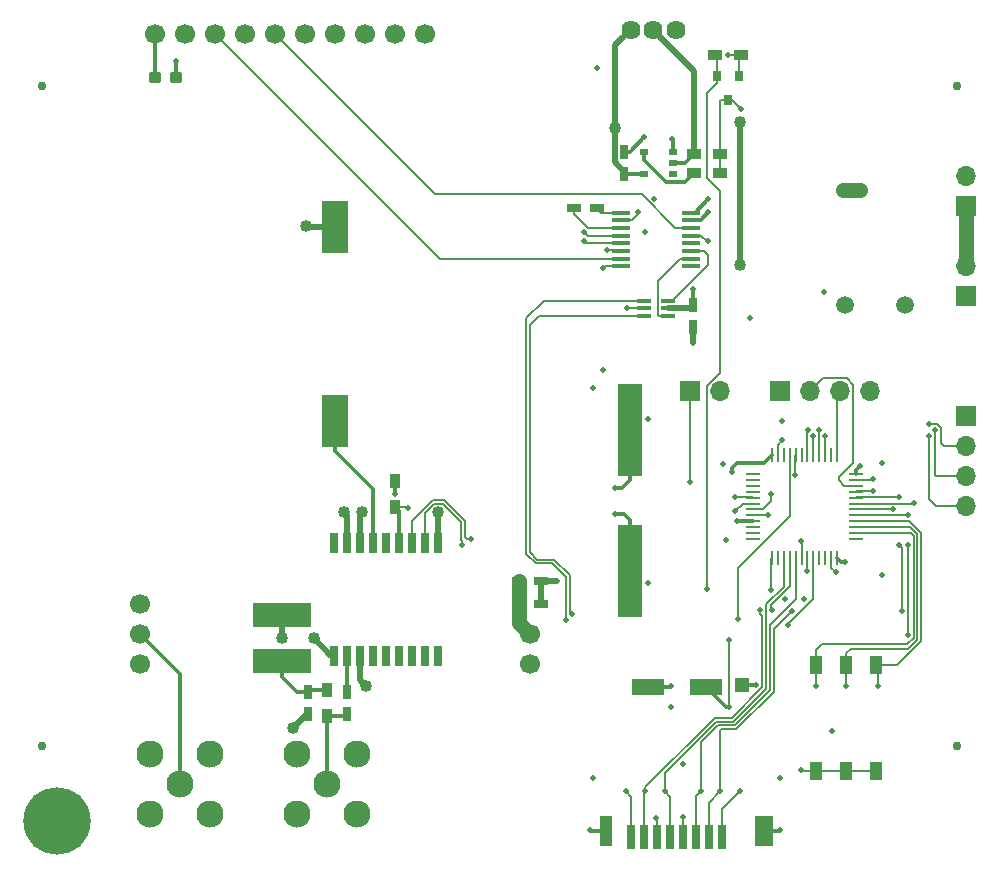
<source format=gbr>
G04 #@! TF.GenerationSoftware,KiCad,Pcbnew,(5.1.5)-3*
G04 #@! TF.CreationDate,2020-03-31T13:56:33-05:00*
G04 #@! TF.ProjectId,control_pcb,636f6e74-726f-46c5-9f70-63622e6b6963,rev?*
G04 #@! TF.SameCoordinates,Original*
G04 #@! TF.FileFunction,Copper,L1,Top*
G04 #@! TF.FilePolarity,Positive*
%FSLAX46Y46*%
G04 Gerber Fmt 4.6, Leading zero omitted, Abs format (unit mm)*
G04 Created by KiCad (PCBNEW (5.1.5)-3) date 2020-03-31 13:56:33*
%MOMM*%
%LPD*%
G04 APERTURE LIST*
%ADD10C,1.700000*%
%ADD11C,2.300000*%
%ADD12R,2.300000X4.500000*%
%ADD13R,0.750000X1.200000*%
%ADD14R,1.200000X0.750000*%
%ADD15C,1.500000*%
%ADD16O,1.700000X1.700000*%
%ADD17R,1.700000X1.700000*%
%ADD18R,0.700000X2.000000*%
%ADD19R,1.000000X2.600000*%
%ADD20R,1.500000X2.600000*%
%ADD21R,2.700000X1.400000*%
%ADD22R,1.200000X1.200000*%
%ADD23R,0.900000X1.200000*%
%ADD24R,1.200000X0.900000*%
%ADD25R,4.900000X2.000000*%
%ADD26R,0.250000X1.300000*%
%ADD27R,1.300000X0.250000*%
%ADD28R,1.168400X0.355600*%
%ADD29C,1.620000*%
%ADD30R,0.800000X0.550000*%
%ADD31R,0.700000X1.800000*%
%ADD32R,0.800000X1.800000*%
%ADD33R,2.000000X7.875000*%
%ADD34C,0.750000*%
%ADD35C,5.700000*%
%ADD36R,1.500000X0.450000*%
%ADD37R,1.100000X1.500000*%
%ADD38R,0.800000X0.900000*%
%ADD39C,0.100000*%
%ADD40C,0.508000*%
%ADD41C,1.016000*%
%ADD42C,0.347980*%
%ADD43C,0.304800*%
%ADD44C,0.508000*%
%ADD45C,0.152400*%
%ADD46C,1.270000*%
G04 APERTURE END LIST*
D10*
X90815000Y-102255000D03*
X84465000Y-153015000D03*
X85735000Y-102255000D03*
X88275000Y-102255000D03*
X98435000Y-102255000D03*
X84465000Y-155555000D03*
X84465000Y-150475000D03*
X117465000Y-155555000D03*
X93355000Y-102255000D03*
X106055000Y-102255000D03*
X108595000Y-102255000D03*
X95895000Y-102255000D03*
X100975000Y-102255000D03*
X103515000Y-102255000D03*
X117465000Y-153015000D03*
D11*
X87884000Y-165735000D03*
X85344000Y-163195000D03*
X90424000Y-163195000D03*
X85344000Y-168275000D03*
X90424000Y-168275000D03*
X97790000Y-168275000D03*
X97790000Y-163195000D03*
X102870000Y-168275000D03*
X102870000Y-163195000D03*
X100330000Y-165735000D03*
D12*
X100965000Y-134975000D03*
X100965000Y-118575000D03*
D13*
X131318000Y-125161000D03*
X131318000Y-127061000D03*
D14*
X116525000Y-148590000D03*
X118425000Y-148590000D03*
X118425000Y-150495000D03*
X116525000Y-150495000D03*
D13*
X125476000Y-112207000D03*
X125476000Y-114107000D03*
X101981000Y-159827000D03*
X101981000Y-157927000D03*
X98679000Y-157927000D03*
X98679000Y-159827000D03*
D15*
X144185000Y-125222000D03*
X149185000Y-125222000D03*
D16*
X133604000Y-132461000D03*
D17*
X131064000Y-132461000D03*
X138684000Y-132461000D03*
D16*
X141224000Y-132461000D03*
X143764000Y-132461000D03*
X146304000Y-132461000D03*
X154432000Y-142240000D03*
X154432000Y-139700000D03*
X154432000Y-137160000D03*
D17*
X154432000Y-134620000D03*
D18*
X126042001Y-170195001D03*
X127142001Y-170195001D03*
X128242001Y-170195001D03*
X129342001Y-170195001D03*
X130442001Y-170195001D03*
X131542001Y-170195001D03*
X132642001Y-170195001D03*
X133742001Y-170195001D03*
D19*
X123942001Y-169695001D03*
D20*
X137292001Y-169695001D03*
D21*
X132342001Y-157495001D03*
X127442001Y-157495001D03*
D22*
X135392001Y-157395001D03*
D16*
X154432000Y-114300000D03*
D17*
X154432000Y-116840000D03*
X154432000Y-124460000D03*
D16*
X154432000Y-121920000D03*
D23*
X100330000Y-157777000D03*
X100330000Y-159977000D03*
D24*
X133561000Y-114046000D03*
X131361000Y-114046000D03*
X131361000Y-112395000D03*
X133561000Y-112395000D03*
D23*
X106045000Y-142324000D03*
X106045000Y-140124000D03*
D25*
X96520000Y-155366000D03*
X96520000Y-151466000D03*
D26*
X137966000Y-137890000D03*
X138466000Y-137890000D03*
X138966000Y-137890000D03*
X139466000Y-137890000D03*
X139966000Y-137890000D03*
X140466000Y-137890000D03*
X140966000Y-137890000D03*
X141466000Y-137890000D03*
X141966000Y-137890000D03*
X142466000Y-137890000D03*
X142966000Y-137890000D03*
X143466000Y-137890000D03*
D27*
X145066000Y-139490000D03*
X145066000Y-139990000D03*
X145066000Y-140490000D03*
X145066000Y-140990000D03*
X145066000Y-141490000D03*
X145066000Y-141990000D03*
X145066000Y-142490000D03*
X145066000Y-142990000D03*
X145066000Y-143490000D03*
X145066000Y-143990000D03*
X145066000Y-144490000D03*
X145066000Y-144990000D03*
D26*
X143466000Y-146590000D03*
X142966000Y-146590000D03*
X142466000Y-146590000D03*
X141966000Y-146590000D03*
X141466000Y-146590000D03*
X140966000Y-146590000D03*
X140466000Y-146590000D03*
X139966000Y-146590000D03*
X139466000Y-146590000D03*
X138966000Y-146590000D03*
X138466000Y-146590000D03*
X137966000Y-146590000D03*
D27*
X136366000Y-144990000D03*
X136366000Y-144490000D03*
X136366000Y-143990000D03*
X136366000Y-143490000D03*
X136366000Y-142990000D03*
X136366000Y-142490000D03*
X136366000Y-141990000D03*
X136366000Y-141490000D03*
X136366000Y-140990000D03*
X136366000Y-140490000D03*
X136366000Y-139990000D03*
X136366000Y-139490000D03*
D28*
X129120900Y-124826001D03*
X129120900Y-125476000D03*
X129120900Y-126125999D03*
X127165100Y-126125999D03*
X127165100Y-125476000D03*
X127165100Y-124826001D03*
D29*
X129797001Y-101887001D03*
X127892001Y-101887001D03*
X125987001Y-101887001D03*
D30*
X129550000Y-114114001D03*
X129550000Y-113164001D03*
X129550000Y-112214001D03*
X127150000Y-112214001D03*
X127150000Y-114114001D03*
D31*
X109683000Y-145364000D03*
D32*
X108583000Y-145364000D03*
X107483000Y-145364000D03*
X106383000Y-145364000D03*
X105283000Y-145364000D03*
X104183000Y-145364000D03*
X103083000Y-145364000D03*
X101983000Y-145364000D03*
D31*
X100883000Y-145364000D03*
X100883000Y-154864000D03*
D32*
X101983000Y-154864000D03*
X103083000Y-154864000D03*
X104183000Y-154864000D03*
X105283000Y-154864000D03*
X106383000Y-154864000D03*
X107483000Y-154864000D03*
X108583000Y-154864000D03*
D31*
X109683000Y-154864000D03*
D33*
X125984000Y-147669500D03*
X125984000Y-135794500D03*
D34*
X76200000Y-106680000D03*
X76200000Y-162560000D03*
X153670000Y-162560000D03*
X153670000Y-106680000D03*
D35*
X77470000Y-168910000D03*
D14*
X123124000Y-116967000D03*
X121224000Y-116967000D03*
D36*
X131093000Y-117359000D03*
X131093000Y-118009000D03*
X131093000Y-118659000D03*
X131093000Y-119309000D03*
X131093000Y-119959000D03*
X131093000Y-120609000D03*
X131093000Y-121259000D03*
X131093000Y-121909000D03*
X125193000Y-121909000D03*
X125193000Y-121259000D03*
X125193000Y-120609000D03*
X125193000Y-119959000D03*
X125193000Y-119309000D03*
X125193000Y-118659000D03*
X125193000Y-118009000D03*
X125193000Y-117359000D03*
D37*
X141732000Y-164597000D03*
X144272000Y-164597000D03*
X146812000Y-164597000D03*
X146812000Y-155697000D03*
X144272000Y-155697000D03*
X141732000Y-155697000D03*
D38*
X134239000Y-107807000D03*
X133289000Y-105807000D03*
X135189000Y-105807000D03*
D24*
X135339000Y-104013000D03*
X133139000Y-104013000D03*
G04 #@! TA.AperFunction,SMDPad,CuDef*
D39*
G36*
X87799779Y-105444144D02*
G01*
X87822834Y-105447563D01*
X87845443Y-105453227D01*
X87867387Y-105461079D01*
X87888457Y-105471044D01*
X87908448Y-105483026D01*
X87927168Y-105496910D01*
X87944438Y-105512562D01*
X87960090Y-105529832D01*
X87973974Y-105548552D01*
X87985956Y-105568543D01*
X87995921Y-105589613D01*
X88003773Y-105611557D01*
X88009437Y-105634166D01*
X88012856Y-105657221D01*
X88014000Y-105680500D01*
X88014000Y-106155500D01*
X88012856Y-106178779D01*
X88009437Y-106201834D01*
X88003773Y-106224443D01*
X87995921Y-106246387D01*
X87985956Y-106267457D01*
X87973974Y-106287448D01*
X87960090Y-106306168D01*
X87944438Y-106323438D01*
X87927168Y-106339090D01*
X87908448Y-106352974D01*
X87888457Y-106364956D01*
X87867387Y-106374921D01*
X87845443Y-106382773D01*
X87822834Y-106388437D01*
X87799779Y-106391856D01*
X87776500Y-106393000D01*
X87201500Y-106393000D01*
X87178221Y-106391856D01*
X87155166Y-106388437D01*
X87132557Y-106382773D01*
X87110613Y-106374921D01*
X87089543Y-106364956D01*
X87069552Y-106352974D01*
X87050832Y-106339090D01*
X87033562Y-106323438D01*
X87017910Y-106306168D01*
X87004026Y-106287448D01*
X86992044Y-106267457D01*
X86982079Y-106246387D01*
X86974227Y-106224443D01*
X86968563Y-106201834D01*
X86965144Y-106178779D01*
X86964000Y-106155500D01*
X86964000Y-105680500D01*
X86965144Y-105657221D01*
X86968563Y-105634166D01*
X86974227Y-105611557D01*
X86982079Y-105589613D01*
X86992044Y-105568543D01*
X87004026Y-105548552D01*
X87017910Y-105529832D01*
X87033562Y-105512562D01*
X87050832Y-105496910D01*
X87069552Y-105483026D01*
X87089543Y-105471044D01*
X87110613Y-105461079D01*
X87132557Y-105453227D01*
X87155166Y-105447563D01*
X87178221Y-105444144D01*
X87201500Y-105443000D01*
X87776500Y-105443000D01*
X87799779Y-105444144D01*
G37*
G04 #@! TD.AperFunction*
G04 #@! TA.AperFunction,SMDPad,CuDef*
G36*
X86049779Y-105444144D02*
G01*
X86072834Y-105447563D01*
X86095443Y-105453227D01*
X86117387Y-105461079D01*
X86138457Y-105471044D01*
X86158448Y-105483026D01*
X86177168Y-105496910D01*
X86194438Y-105512562D01*
X86210090Y-105529832D01*
X86223974Y-105548552D01*
X86235956Y-105568543D01*
X86245921Y-105589613D01*
X86253773Y-105611557D01*
X86259437Y-105634166D01*
X86262856Y-105657221D01*
X86264000Y-105680500D01*
X86264000Y-106155500D01*
X86262856Y-106178779D01*
X86259437Y-106201834D01*
X86253773Y-106224443D01*
X86245921Y-106246387D01*
X86235956Y-106267457D01*
X86223974Y-106287448D01*
X86210090Y-106306168D01*
X86194438Y-106323438D01*
X86177168Y-106339090D01*
X86158448Y-106352974D01*
X86138457Y-106364956D01*
X86117387Y-106374921D01*
X86095443Y-106382773D01*
X86072834Y-106388437D01*
X86049779Y-106391856D01*
X86026500Y-106393000D01*
X85451500Y-106393000D01*
X85428221Y-106391856D01*
X85405166Y-106388437D01*
X85382557Y-106382773D01*
X85360613Y-106374921D01*
X85339543Y-106364956D01*
X85319552Y-106352974D01*
X85300832Y-106339090D01*
X85283562Y-106323438D01*
X85267910Y-106306168D01*
X85254026Y-106287448D01*
X85242044Y-106267457D01*
X85232079Y-106246387D01*
X85224227Y-106224443D01*
X85218563Y-106201834D01*
X85215144Y-106178779D01*
X85214000Y-106155500D01*
X85214000Y-105680500D01*
X85215144Y-105657221D01*
X85218563Y-105634166D01*
X85224227Y-105611557D01*
X85232079Y-105589613D01*
X85242044Y-105568543D01*
X85254026Y-105548552D01*
X85267910Y-105529832D01*
X85283562Y-105512562D01*
X85300832Y-105496910D01*
X85319552Y-105483026D01*
X85339543Y-105471044D01*
X85360613Y-105461079D01*
X85382557Y-105453227D01*
X85405166Y-105447563D01*
X85428221Y-105444144D01*
X85451500Y-105443000D01*
X86026500Y-105443000D01*
X86049779Y-105444144D01*
G37*
G04 #@! TD.AperFunction*
D40*
X129540000Y-111125000D03*
X131318000Y-128397000D03*
X123190000Y-105156000D03*
D41*
X109728000Y-142748000D03*
X103632000Y-157480000D03*
X99187000Y-153416000D03*
X97409000Y-161036000D03*
D40*
X119761000Y-148590000D03*
X128143000Y-168656000D03*
X130429000Y-164084000D03*
X129413000Y-157480000D03*
X136652000Y-157353000D03*
X122555000Y-169672000D03*
X138684000Y-169672000D03*
X138811000Y-136652000D03*
X147320000Y-138557000D03*
D41*
X98552000Y-118491000D03*
D40*
X134112000Y-145090402D03*
X147320000Y-148082000D03*
X127508000Y-148717000D03*
X127508000Y-134874000D03*
X123698000Y-130683000D03*
X142367000Y-124079000D03*
X133858000Y-138684000D03*
X140716000Y-150114000D03*
X146558000Y-139954000D03*
X143383000Y-147828000D03*
X137668000Y-143002000D03*
X127254000Y-118999000D03*
X128016000Y-116205000D03*
X132588000Y-117348000D03*
X140462000Y-164592000D03*
X125730000Y-125476000D03*
X127127000Y-110998000D03*
X87503000Y-104521000D03*
X137922000Y-141224000D03*
X131064000Y-140149400D03*
X124714000Y-140716000D03*
X134874000Y-141478000D03*
X124714000Y-142875000D03*
X134874000Y-142621000D03*
D41*
X144018000Y-115443000D03*
X145415000Y-115443000D03*
X103251000Y-142748000D03*
X101727000Y-142748000D03*
X96520000Y-153416000D03*
D40*
X106045000Y-141224000D03*
X130429000Y-168529000D03*
X122809000Y-165227000D03*
X138684000Y-165227000D03*
X129413000Y-159258000D03*
X138811000Y-135001000D03*
X145415000Y-138811000D03*
X135001000Y-143510000D03*
X144145000Y-146939000D03*
X122809000Y-132207000D03*
X139065000Y-150114000D03*
X132588000Y-116205000D03*
X131318000Y-123825000D03*
X143045000Y-161247000D03*
X134239000Y-104013000D03*
X134620000Y-139319000D03*
D41*
X124694599Y-110216599D03*
X135235600Y-109708600D03*
X135255000Y-121793000D03*
D40*
X142494000Y-136271000D03*
X151257000Y-136271000D03*
X141986000Y-135763000D03*
X151765000Y-135763000D03*
X141478000Y-136271000D03*
X151257000Y-135255000D03*
X140995400Y-135742678D03*
X125603000Y-166370000D03*
X127254000Y-166370000D03*
X137947410Y-151003000D03*
X136982210Y-151003000D03*
X128905000Y-166370000D03*
X131953000Y-166370000D03*
X133604000Y-166370000D03*
X139647560Y-151077560D03*
X148971000Y-151130000D03*
X148717000Y-145542000D03*
X148717000Y-141478000D03*
X135255000Y-166370000D03*
X134366000Y-159258000D03*
X149479000Y-145472600D03*
X149479000Y-143002000D03*
X149479000Y-153162000D03*
X134366000Y-153543011D03*
X139954000Y-139573000D03*
X140970000Y-147701000D03*
X136144000Y-126263400D03*
X140462000Y-145161000D03*
X132461000Y-149225000D03*
X137922000Y-149352000D03*
X107188000Y-142367000D03*
X146558000Y-140970000D03*
X149987000Y-141986000D03*
X111760000Y-145542000D03*
X148209000Y-142494000D03*
X112522000Y-145034000D03*
X139319000Y-152273000D03*
X120523000Y-151892000D03*
X121005600Y-151363678D03*
X135128000Y-151790400D03*
X122047000Y-119761000D03*
X122046550Y-118999450D03*
X126619000Y-117328598D03*
X123971402Y-120523000D03*
X132588000Y-119761000D03*
X123698000Y-122047000D03*
X141732000Y-157480000D03*
X144272000Y-157480000D03*
X146939000Y-157480000D03*
X135382000Y-108585000D03*
D42*
X87884000Y-156434000D02*
X84465000Y-153015000D01*
X87884000Y-165735000D02*
X87884000Y-156434000D01*
D43*
X129550000Y-112214001D02*
X129550000Y-111135000D01*
X129550000Y-111135000D02*
X129540000Y-111125000D01*
D44*
X131318000Y-127061000D02*
X131318000Y-128397000D01*
X109683000Y-145364000D02*
X109683000Y-142793000D01*
X109683000Y-142793000D02*
X109728000Y-142748000D01*
X103083000Y-154864000D02*
X103083000Y-156931000D01*
X103083000Y-156931000D02*
X103632000Y-157480000D01*
X100883000Y-154864000D02*
X100635000Y-154864000D01*
X100635000Y-154864000D02*
X99187000Y-153416000D01*
X98679000Y-159827000D02*
X98618000Y-159827000D01*
X98618000Y-159827000D02*
X97409000Y-161036000D01*
X118425000Y-148590000D02*
X118425000Y-150495000D01*
X118425000Y-148590000D02*
X119761000Y-148590000D01*
D45*
X128242001Y-170195001D02*
X128242001Y-168755001D01*
X128242001Y-168755001D02*
X128143000Y-168656000D01*
D43*
X127442001Y-157495001D02*
X129397999Y-157495001D01*
X129397999Y-157495001D02*
X129413000Y-157480000D01*
X135392001Y-157395001D02*
X136609999Y-157395001D01*
X136609999Y-157395001D02*
X136652000Y-157353000D01*
X123942001Y-169695001D02*
X122578001Y-169695001D01*
X122578001Y-169695001D02*
X122555000Y-169672000D01*
X137292001Y-169695001D02*
X138660999Y-169695001D01*
X138660999Y-169695001D02*
X138684000Y-169672000D01*
D44*
X100965000Y-118575000D02*
X98636000Y-118575000D01*
X98636000Y-118575000D02*
X98552000Y-118491000D01*
D45*
X138466000Y-136997000D02*
X138811000Y-136652000D01*
X138466000Y-137890000D02*
X138466000Y-136997000D01*
X145066000Y-139990000D02*
X146522000Y-139990000D01*
X146522000Y-139990000D02*
X146558000Y-139954000D01*
X142966000Y-146590000D02*
X142966000Y-147411000D01*
X142966000Y-147411000D02*
X143383000Y-147828000D01*
X136366000Y-142990000D02*
X137656000Y-142990000D01*
X137656000Y-142990000D02*
X137668000Y-143002000D01*
D43*
X131093000Y-118009000D02*
X131927000Y-118009000D01*
X131927000Y-118009000D02*
X132588000Y-117348000D01*
D45*
X146109600Y-164597000D02*
X144272000Y-164597000D01*
X146812000Y-164597000D02*
X146109600Y-164597000D01*
X144272000Y-164597000D02*
X141732000Y-164597000D01*
X141732000Y-164597000D02*
X140467000Y-164597000D01*
X140467000Y-164597000D02*
X140462000Y-164592000D01*
X127165100Y-125476000D02*
X125730000Y-125476000D01*
D43*
X125476000Y-112207000D02*
X125918000Y-112207000D01*
X125918000Y-112207000D02*
X127127000Y-110998000D01*
X87489000Y-105918000D02*
X87489000Y-104535000D01*
X87489000Y-104535000D02*
X87503000Y-104521000D01*
D42*
X100330000Y-165735000D02*
X100330000Y-159977000D01*
X101831000Y-159977000D02*
X101981000Y-159827000D01*
X100330000Y-159977000D02*
X101831000Y-159977000D01*
D43*
X104183000Y-144159200D02*
X104183000Y-145364000D01*
X104183000Y-140747800D02*
X104183000Y-144159200D01*
X100965000Y-137529800D02*
X104183000Y-140747800D01*
X100965000Y-134975000D02*
X100965000Y-137529800D01*
D45*
X137922000Y-141736400D02*
X137922000Y-141224000D01*
X136366000Y-142490000D02*
X137168400Y-142490000D01*
X137168400Y-142490000D02*
X137922000Y-141736400D01*
X131064000Y-140149400D02*
X131064000Y-132461000D01*
D43*
X125304800Y-140716000D02*
X124714000Y-140716000D01*
X125984000Y-135794500D02*
X125984000Y-140036800D01*
X125984000Y-140036800D02*
X125304800Y-140716000D01*
D45*
X136354000Y-141478000D02*
X136366000Y-141490000D01*
X134874000Y-141478000D02*
X136354000Y-141478000D01*
D43*
X125984000Y-143427200D02*
X125431800Y-142875000D01*
X125984000Y-147669500D02*
X125984000Y-143427200D01*
X125431800Y-142875000D02*
X124714000Y-142875000D01*
D45*
X135505000Y-141990000D02*
X136366000Y-141990000D01*
X134874000Y-142621000D02*
X135505000Y-141990000D01*
D44*
X131003000Y-125476000D02*
X131318000Y-125161000D01*
X129120900Y-125476000D02*
X131003000Y-125476000D01*
D46*
X144018000Y-115443000D02*
X145415000Y-115443000D01*
D44*
X103083000Y-145364000D02*
X103083000Y-142916000D01*
X103083000Y-142916000D02*
X103251000Y-142748000D01*
X101983000Y-145364000D02*
X101983000Y-143004000D01*
X101983000Y-143004000D02*
X101727000Y-142748000D01*
X96520000Y-151466000D02*
X96520000Y-153416000D01*
D43*
X106045000Y-140124000D02*
X106045000Y-141224000D01*
D45*
X130442001Y-170195001D02*
X130442001Y-168542001D01*
X130442001Y-168542001D02*
X130429000Y-168529000D01*
D43*
X145066000Y-139490000D02*
X145066000Y-139160000D01*
X145066000Y-139160000D02*
X145415000Y-138811000D01*
X136346000Y-143510000D02*
X136366000Y-143490000D01*
X135001000Y-143510000D02*
X136346000Y-143510000D01*
X143815000Y-146939000D02*
X143466000Y-146590000D01*
X144145000Y-146939000D02*
X143815000Y-146939000D01*
X137299000Y-138557000D02*
X137966000Y-137890000D01*
X131434000Y-117359000D02*
X132588000Y-116205000D01*
X131093000Y-117359000D02*
X131434000Y-117359000D01*
X131318000Y-125161000D02*
X131318000Y-123825000D01*
D45*
X135189000Y-104163000D02*
X135339000Y-104013000D01*
X135189000Y-105807000D02*
X135189000Y-104163000D01*
X135339000Y-104013000D02*
X134239000Y-104013000D01*
D43*
X135022790Y-138557000D02*
X137299000Y-138557000D01*
X134620000Y-138959790D02*
X135022790Y-138557000D01*
X134620000Y-139319000D02*
X134620000Y-138959790D01*
X125483001Y-114114001D02*
X125476000Y-114107000D01*
X127150000Y-114114001D02*
X125483001Y-114114001D01*
D46*
X116525000Y-148590000D02*
X116525000Y-150495000D01*
X116525000Y-152075000D02*
X117465000Y-153015000D01*
X116525000Y-150495000D02*
X116525000Y-152075000D01*
D44*
X125177002Y-102697000D02*
X125987001Y-101887001D01*
X124694599Y-103179403D02*
X125177002Y-102697000D01*
X125476000Y-113882000D02*
X124694599Y-113100599D01*
X125476000Y-114107000D02*
X125476000Y-113882000D01*
X124694599Y-110216599D02*
X124694599Y-103179403D01*
X124694599Y-113100599D02*
X124694599Y-110216599D01*
X135235600Y-121773600D02*
X135255000Y-121793000D01*
X135235600Y-109708600D02*
X135235600Y-121773600D01*
D42*
X101981000Y-154866000D02*
X101983000Y-154864000D01*
X101981000Y-157927000D02*
X101981000Y-154866000D01*
X98829000Y-157777000D02*
X98679000Y-157927000D01*
X100330000Y-157777000D02*
X98829000Y-157777000D01*
X97956020Y-157927000D02*
X98679000Y-157927000D01*
X97733020Y-157927000D02*
X97956020Y-157927000D01*
X96520000Y-156713980D02*
X97733020Y-157927000D01*
X96520000Y-155366000D02*
X96520000Y-156713980D01*
D45*
X144281729Y-131382399D02*
X142302601Y-131382399D01*
X144086720Y-140490000D02*
X143637000Y-140040280D01*
X145066000Y-140490000D02*
X144086720Y-140490000D01*
X143637000Y-140040280D02*
X143637000Y-139732518D01*
X143637000Y-139732518D02*
X144842601Y-138526917D01*
X142302601Y-131382399D02*
X141224000Y-132461000D01*
X144842601Y-138526917D02*
X144842601Y-131943271D01*
X144842601Y-131943271D02*
X144281729Y-131382399D01*
X143466000Y-132759000D02*
X143764000Y-132461000D01*
X143466000Y-137890000D02*
X143466000Y-132759000D01*
X142466000Y-137890000D02*
X142466000Y-136299000D01*
X142466000Y-136299000D02*
X142494000Y-136271000D01*
X151892000Y-142240000D02*
X154432000Y-142240000D01*
X151257000Y-136271000D02*
X151257000Y-141605000D01*
X151257000Y-141605000D02*
X151892000Y-142240000D01*
X141966000Y-137890000D02*
X141966000Y-135783000D01*
X141966000Y-135783000D02*
X141986000Y-135763000D01*
X151765000Y-135763000D02*
X151765000Y-139573000D01*
X151892000Y-139700000D02*
X154432000Y-139700000D01*
X151765000Y-139573000D02*
X151892000Y-139700000D01*
X141466000Y-137890000D02*
X141466000Y-136283000D01*
X141466000Y-136283000D02*
X141478000Y-136271000D01*
X151971250Y-135255000D02*
X152273000Y-135556750D01*
X151257000Y-135255000D02*
X151971250Y-135255000D01*
X152273000Y-135556750D02*
X152273000Y-136906000D01*
X152527000Y-137160000D02*
X154432000Y-137160000D01*
X152273000Y-136906000D02*
X152527000Y-137160000D01*
X140966000Y-137890000D02*
X140966000Y-135772078D01*
X140966000Y-135772078D02*
X140995400Y-135742678D01*
X126042001Y-170195001D02*
X126042001Y-166809001D01*
X126042001Y-166809001D02*
X125603000Y-166370000D01*
X127142001Y-170195001D02*
X127142001Y-166481999D01*
X127142001Y-166481999D02*
X127254000Y-166370000D01*
X139466000Y-148998750D02*
X137922000Y-150542750D01*
X139466000Y-146590000D02*
X139466000Y-148998750D01*
X137922000Y-150542750D02*
X137922000Y-150977590D01*
X137922000Y-150977590D02*
X137947410Y-151003000D01*
X127254000Y-166010790D02*
X127254000Y-166370000D01*
X136982210Y-151003000D02*
X136982210Y-151362210D01*
X136982210Y-151362210D02*
X137160000Y-151540000D01*
X137160000Y-151540000D02*
X137160000Y-157559250D01*
X137160000Y-157559250D02*
X134572250Y-160147000D01*
X134572250Y-160147000D02*
X133117790Y-160147000D01*
X133117790Y-160147000D02*
X127254000Y-166010790D01*
X129342001Y-170195001D02*
X129342001Y-166807001D01*
X129342001Y-166807001D02*
X128905000Y-166370000D01*
X138966000Y-146590000D02*
X138966000Y-149022250D01*
X138966000Y-149022250D02*
X137464810Y-150523440D01*
X128905000Y-164790856D02*
X128905000Y-166370000D01*
X137464810Y-150523440D02*
X137464810Y-157685506D01*
X137464810Y-157685506D02*
X134698507Y-160451809D01*
X134698507Y-160451809D02*
X133244046Y-160451810D01*
X133244046Y-160451810D02*
X128905000Y-164790856D01*
X131542001Y-170195001D02*
X131542001Y-166780999D01*
X131542001Y-166780999D02*
X131953000Y-166370000D01*
X139966000Y-150076620D02*
X137795000Y-152247620D01*
X131953000Y-162173922D02*
X131953000Y-166370000D01*
X139966000Y-146590000D02*
X139966000Y-150076620D01*
X137795000Y-157786382D02*
X134824764Y-160756618D01*
X134824764Y-160756618D02*
X133370304Y-160756618D01*
X137795000Y-152247620D02*
X137795000Y-157786382D01*
X133370304Y-160756618D02*
X131953000Y-162173922D01*
X132642001Y-170195001D02*
X132642001Y-167331999D01*
X132642001Y-167331999D02*
X133604000Y-166370000D01*
X133604000Y-166370000D02*
X133604000Y-166010790D01*
X133705572Y-161061428D02*
X134951021Y-161061427D01*
X133604000Y-166010790D02*
X133604000Y-161163000D01*
X133604000Y-161163000D02*
X133705572Y-161061428D01*
X134951021Y-161061427D02*
X138099810Y-157912638D01*
X138099810Y-157912638D02*
X138099810Y-156464000D01*
X138099810Y-156464000D02*
X138099810Y-152625310D01*
X138099810Y-152625310D02*
X139647560Y-151077560D01*
X148971000Y-151130000D02*
X148971000Y-145796000D01*
X148971000Y-145796000D02*
X148717000Y-145542000D01*
X145078000Y-141478000D02*
X145066000Y-141490000D01*
X148717000Y-141478000D02*
X145078000Y-141478000D01*
X133742001Y-170195001D02*
X133742001Y-167882999D01*
X133742001Y-167882999D02*
X135255000Y-166370000D01*
D43*
X134105000Y-159258000D02*
X132342001Y-157495001D01*
X134366000Y-159258000D02*
X134105000Y-159258000D01*
D45*
X145078000Y-143002000D02*
X145066000Y-142990000D01*
X149479000Y-143002000D02*
X145078000Y-143002000D01*
X149479000Y-152781000D02*
X149479000Y-153162000D01*
X149479000Y-152781000D02*
X149479000Y-145472600D01*
X134366000Y-153543011D02*
X134366000Y-159258000D01*
D46*
X154432000Y-116840000D02*
X154432000Y-121920000D01*
D45*
X139954000Y-137902000D02*
X139966000Y-137890000D01*
X139954000Y-139573000D02*
X139954000Y-137902000D01*
X140970000Y-146594000D02*
X140966000Y-146590000D01*
X140970000Y-147701000D02*
X140970000Y-146594000D01*
X140466000Y-146590000D02*
X140466000Y-145165000D01*
X140466000Y-145165000D02*
X140462000Y-145161000D01*
X133561000Y-130907670D02*
X132461000Y-132007670D01*
X132461000Y-132007670D02*
X132461000Y-149225000D01*
X137922000Y-146634000D02*
X137966000Y-146590000D01*
X137922000Y-149352000D02*
X137922000Y-146634000D01*
X133289000Y-104163000D02*
X133139000Y-104013000D01*
X133289000Y-105807000D02*
X133289000Y-104163000D01*
X133561000Y-115507482D02*
X132461000Y-114407482D01*
X133561000Y-130907670D02*
X133561000Y-115507482D01*
X133289000Y-106409400D02*
X133289000Y-105807000D01*
X132461000Y-107237400D02*
X133289000Y-106409400D01*
X132461000Y-114407482D02*
X132461000Y-107237400D01*
D43*
X131361000Y-114046000D02*
X131211000Y-114046000D01*
X130606200Y-114800800D02*
X131361000Y-114046000D01*
X129013157Y-114800800D02*
X130606200Y-114800800D01*
X127150000Y-112214001D02*
X127150000Y-112937643D01*
X127150000Y-112937643D02*
X129013157Y-114800800D01*
X130591999Y-113164001D02*
X131361000Y-112395000D01*
X129550000Y-113164001D02*
X130591999Y-113164001D01*
D44*
X131361000Y-105356000D02*
X127892001Y-101887001D01*
X131361000Y-112395000D02*
X131361000Y-105356000D01*
D43*
X106383000Y-142662000D02*
X106045000Y-142324000D01*
X106383000Y-145364000D02*
X106383000Y-142662000D01*
D45*
X106045000Y-142324000D02*
X107145000Y-142324000D01*
X107145000Y-142324000D02*
X107188000Y-142367000D01*
X145086000Y-140970000D02*
X145066000Y-140990000D01*
X146558000Y-140970000D02*
X145086000Y-140970000D01*
X145066000Y-141990000D02*
X149983000Y-141990000D01*
X149983000Y-141990000D02*
X149987000Y-141986000D01*
X108583000Y-142802830D02*
X108583000Y-145364000D01*
X111760000Y-145542000D02*
X111760000Y-145182790D01*
X111760000Y-145182790D02*
X111633000Y-145055790D01*
X111633000Y-145055790D02*
X111633000Y-143562830D01*
X110081569Y-142011399D02*
X109374431Y-142011399D01*
X111633000Y-143562830D02*
X110081569Y-142011399D01*
X109374431Y-142011399D02*
X108583000Y-142802830D01*
X145066000Y-142490000D02*
X148205000Y-142490000D01*
X148205000Y-142490000D02*
X148209000Y-142494000D01*
X107483000Y-143471764D02*
X107483000Y-145364000D01*
X112162790Y-145034000D02*
X111937810Y-144809020D01*
X111937810Y-144809020D02*
X111937810Y-143436574D01*
X111937810Y-143436574D02*
X110207826Y-141706590D01*
X110207826Y-141706590D02*
X109248175Y-141706589D01*
X112522000Y-145034000D02*
X112162790Y-145034000D01*
X109248175Y-141706589D02*
X107483000Y-143471764D01*
X139319000Y-152225250D02*
X139319000Y-152273000D01*
X141466000Y-146590000D02*
X141466000Y-150078250D01*
X141466000Y-150078250D02*
X139319000Y-152225250D01*
X120523000Y-148209000D02*
X120523000Y-151892000D01*
X117170190Y-146253190D02*
X117983000Y-147066000D01*
X117983000Y-147066000D02*
X119380000Y-147066000D01*
X119380000Y-147066000D02*
X120523000Y-148209000D01*
X118632999Y-124826001D02*
X117170190Y-126288810D01*
X127165100Y-124826001D02*
X118632999Y-124826001D01*
X117170190Y-126288810D02*
X117170190Y-146253190D01*
X119506257Y-146761191D02*
X120827810Y-148082744D01*
X117475000Y-146126934D02*
X118109256Y-146761190D01*
X118109256Y-146761190D02*
X119506257Y-146761191D01*
X120827810Y-148082744D02*
X120827810Y-151185888D01*
X120827810Y-151185888D02*
X121005600Y-151363678D01*
X125842001Y-126125999D02*
X118222001Y-126125999D01*
X125842001Y-126125999D02*
X125697486Y-126125999D01*
X127165100Y-126125999D02*
X125842001Y-126125999D01*
X117475000Y-126873000D02*
X117475000Y-145034000D01*
X118222001Y-126125999D02*
X117475000Y-126873000D01*
X117475000Y-144907000D02*
X117475000Y-145034000D01*
X117475000Y-145034000D02*
X117475000Y-146126934D01*
X135128000Y-151431190D02*
X135128000Y-151790400D01*
X135128000Y-147414482D02*
X135128000Y-151431190D01*
X139466000Y-143076482D02*
X135128000Y-147414482D01*
X139466000Y-137890000D02*
X139466000Y-143076482D01*
X128714500Y-124826001D02*
X129120900Y-124826001D01*
X129527300Y-124826001D02*
X132588000Y-121765301D01*
X129120900Y-124826001D02*
X129527300Y-124826001D01*
X132588000Y-120949000D02*
X132248000Y-120609000D01*
X132588000Y-121765301D02*
X132588000Y-120949000D01*
X131093000Y-120609000D02*
X132248000Y-120609000D01*
X128384300Y-126125999D02*
X129120900Y-126125999D01*
X128308099Y-126049798D02*
X128384300Y-126125999D01*
X130190600Y-121259000D02*
X131093000Y-121259000D01*
X128308099Y-123141501D02*
X130190600Y-121259000D01*
X128308099Y-124929901D02*
X128308099Y-123141501D01*
X128308099Y-124929901D02*
X128308099Y-126049798D01*
X128308099Y-124850666D02*
X128308099Y-124929901D01*
X123516000Y-117359000D02*
X123124000Y-116967000D01*
X125193000Y-117359000D02*
X123516000Y-117359000D01*
X121224000Y-117494400D02*
X121224000Y-116967000D01*
X122388600Y-118659000D02*
X121224000Y-117494400D01*
X125193000Y-118659000D02*
X122388600Y-118659000D01*
X125193000Y-119959000D02*
X122245000Y-119959000D01*
X122245000Y-119959000D02*
X122047000Y-119761000D01*
X125193000Y-119309000D02*
X122356100Y-119309000D01*
X122356100Y-119309000D02*
X122046550Y-118999450D01*
X126619000Y-117485400D02*
X126619000Y-117328598D01*
X125193000Y-118009000D02*
X126095400Y-118009000D01*
X126095400Y-118009000D02*
X126619000Y-117485400D01*
X125107000Y-120523000D02*
X125193000Y-120609000D01*
X123971402Y-120523000D02*
X125107000Y-120523000D01*
X131995400Y-119309000D02*
X132447400Y-119761000D01*
X131093000Y-119309000D02*
X131995400Y-119309000D01*
X132447400Y-119761000D02*
X132588000Y-119761000D01*
X125193000Y-121909000D02*
X123836000Y-121909000D01*
X123836000Y-121909000D02*
X123698000Y-122047000D01*
X126920750Y-115824000D02*
X109464000Y-115824000D01*
X109464000Y-115824000D02*
X95895000Y-102255000D01*
X131093000Y-118659000D02*
X129755750Y-118659000D01*
X129755750Y-118659000D02*
X126920750Y-115824000D01*
X109819000Y-121259000D02*
X125193000Y-121259000D01*
X90815000Y-102255000D02*
X109819000Y-121259000D01*
X145066000Y-144490000D02*
X149737468Y-144490000D01*
X141732000Y-154432000D02*
X141732000Y-155697000D01*
X142240000Y-153924000D02*
X141732000Y-154432000D01*
X149431250Y-153924000D02*
X142240000Y-153924000D01*
X149961601Y-153393649D02*
X149431250Y-153924000D01*
X149737468Y-144490000D02*
X149961601Y-144714133D01*
X149961601Y-144714133D02*
X149961601Y-153393649D01*
X141732000Y-157120790D02*
X141732000Y-155697000D01*
X141732000Y-157480000D02*
X141732000Y-157120790D01*
X145066000Y-143990000D02*
X149668534Y-143990000D01*
X150266410Y-153519906D02*
X149481316Y-154305000D01*
X149668534Y-143990000D02*
X150266411Y-144587877D01*
X150266411Y-144587877D02*
X150266410Y-153519906D01*
X149481316Y-154305000D02*
X144653000Y-154305000D01*
X144272000Y-154686000D02*
X144272000Y-155697000D01*
X144653000Y-154305000D02*
X144272000Y-154686000D01*
X144272000Y-157480000D02*
X144272000Y-155697000D01*
X147514400Y-155697000D02*
X146812000Y-155697000D01*
X148520382Y-155697000D02*
X147514400Y-155697000D01*
X150571219Y-153646163D02*
X148520382Y-155697000D01*
X150571220Y-144461622D02*
X150571219Y-153646163D01*
X149599600Y-143490000D02*
X150571220Y-144461622D01*
X145066000Y-143490000D02*
X149599600Y-143490000D01*
X146939000Y-155824000D02*
X146812000Y-155697000D01*
X146939000Y-157480000D02*
X146939000Y-155824000D01*
X134239000Y-107807000D02*
X134604000Y-107807000D01*
X134604000Y-107807000D02*
X135382000Y-108585000D01*
X133561000Y-113443600D02*
X133561000Y-112395000D01*
X133561000Y-114046000D02*
X133561000Y-113443600D01*
X133686600Y-107807000D02*
X134239000Y-107807000D01*
X133561000Y-107932600D02*
X133686600Y-107807000D01*
X133561000Y-112395000D02*
X133561000Y-107932600D01*
D43*
X85739000Y-102259000D02*
X85735000Y-102255000D01*
X85739000Y-105918000D02*
X85739000Y-102259000D01*
M02*

</source>
